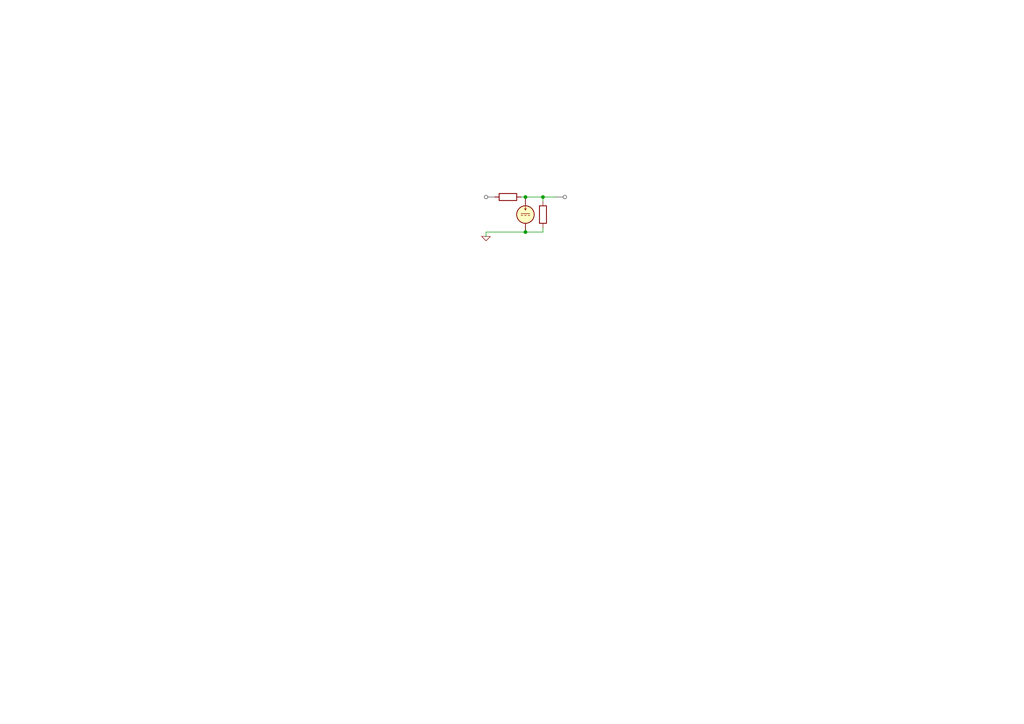
<source format=kicad_sch>
(kicad_sch (version 20250114) (generator "eeschema") (generator_version "9.0")
  (paper "A4")
  (lib_symbols
    (symbol "Device:R" (pin_numbers (hide yes)) (pin_names (offset 0))
      (property "Reference" "R" (at 2.032 0 90))
      (property "Value" "R" (at 0 0 90))
      (symbol "R_0_1"
        (rectangle (start -1.016 -2.54) (end 1.016 2.54) (stroke (width 0.254)))
      )
      (symbol "R_1_1"
        (pin passive line (at 0 3.81 270) (length 1.27) (name "~") (number "1"))
        (pin passive line (at 0 -3.81 90) (length 1.27) (name "~") (number "2"))
      )
    )
    (symbol "Simulation_SPICE:0" (power) (pin_numbers (hide yes)) (pin_names (offset 0) (hide yes))
      (property "Value" "0" (at 0 -2.54 0))
      (symbol "0_0_1"
        (polyline (pts (xy -1.27 0) (xy 0 -1.27) (xy 1.27 0) (xy -1.27 0)))
      )
      (symbol "0_1_1"
        (pin power_in line (at 0 0 0) (length 0) (name "~") (number "1"))
      )
    )
    (symbol "Simulation_SPICE:IDC" (pin_numbers (hide yes)) (pin_names (offset 0.0254))
      (property "Reference" "I" (at 2.54 2.54 0))
      (property "Value" "1" (at 2.54 0 0))
      (symbol "IDC_0_0"
        (polyline (pts (xy -1.27 0.254) (xy 1.27 0.254)))
        (polyline (pts (xy -0.762 -0.254) (xy -1.27 -0.254)))
        (polyline (pts (xy 0.254 -0.254) (xy -0.254 -0.254)))
        (polyline (pts (xy 1.27 -0.254) (xy 0.762 -0.254)))
      )
      (symbol "IDC_0_1"
        (polyline (pts (xy -0.254 1.778) (xy 0 1.27) (xy 0.254 1.778)))
        (polyline (pts (xy 0 1.27) (xy 0 2.286)))
        (circle (center 0 0) (radius 2.54) (stroke (width 0.254)) (fill (type background)))
      )
      (symbol "IDC_1_1"
        (pin passive line (at 0 5.08 270) (length 2.54) (name "~") (number "1"))
        (pin passive line (at 0 -5.08 90) (length 2.54) (name "~") (number "2"))
      )
    )
  )
  (junction (at 152.4 57.15))
  (junction (at 152.4 67.31))
  (junction (at 157.48 57.15))
  (wire (pts (xy 152.4 67.31) (xy 157.48 67.31)))
  (wire (pts (xy 157.48 66.04) (xy 157.48 67.31)))
  (wire (pts (xy 152.4 66.04) (xy 152.4 67.31)))
  (wire (pts (xy 157.48 57.15) (xy 157.48 58.42)))
  (wire (pts (xy 140.97 67.31) (xy 152.4 67.31)))
  (wire (pts (xy 151.13 57.15) (xy 152.4 57.15)))
  (wire (pts (xy 152.4 57.15) (xy 157.48 57.15)))
  (wire (pts (xy 140.97 67.31) (xy 140.97 68.58)))
  (wire (pts (xy 157.48 57.15) (xy 161.29 57.15)))
  (netclass_flag "" (length 2.54) (shape round) (at 143.51 57.15 90))
  (netclass_flag "" (length 2.54) (shape round) (at 161.29 57.15 270))
  (symbol (lib_id "Simulation_SPICE:0") (at 140.97 68.58 0) (unit 1)
    (property "Reference" "#GND03" (effects (hide yes)))
    (property "Value" "0" (effects (hide yes)))
    (property "Datasheet" "https://ngspice.sourceforge.io/docs/ngspice-html-manual/manual.xhtml#subsec_Circuit_elements__device" (effects (hide yes)))
    (property "Description" "0V reference potential for simulation" (effects (hide yes)))
  )
  (symbol (lib_id "Simulation_SPICE:IDC") (at 152.4 62.23 0) (unit 1)
    (property "Reference" "I1" (effects (hide yes)))
    (property "Value" "1" (effects (hide yes)))
    (property "Datasheet" "https://ngspice.sourceforge.io/docs/ngspice-html-manual/manual.xhtml#sec_Independent_Sources_for" (effects (hide yes)))
    (property "Description" "Current source, DC" (effects (hide yes)))
    (property "Sim.Pins" "1=+ 2=-" (effects (hide yes)))
    (property "Sim.Type" "DC" (effects (hide yes)))
    (property "Sim.Device" "I" (effects (hide yes)))
  )
  (symbol (lib_id "Device:R") (at 157.48 62.23 180) (unit 1)
    (property "Reference" "R3" (effects (hide yes)))
    (property "Value" "R" (effects (hide yes)))
    (property "Description" "Resistor" (effects (hide yes)))
  )
  (symbol (lib_id "Device:R") (at 147.32 57.15 90) (unit 1)
    (property "Reference" "R1" (effects (hide yes)))
    (property "Value" "R" (effects (hide yes)))
    (property "Description" "Resistor" (effects (hide yes)))
  )
)
</source>
